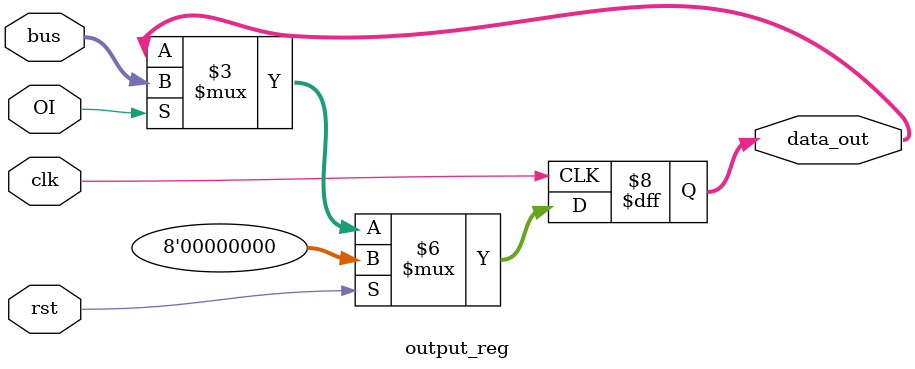
<source format=v>
module output_reg (
	// System Inputs
	input clk,
	input rst,
	// Inputs
	inout [7:0] bus,
	// Control signals
	input OI,
	// Output
	output reg [7:0] data_out
	);
	
	initial data_out = 0;
		
	always @(posedge clk)
		begin
			if (rst)
				data_out <= 0;
			else begin
				if (OI)
					data_out <= bus;
				end
		end
endmodule
</source>
